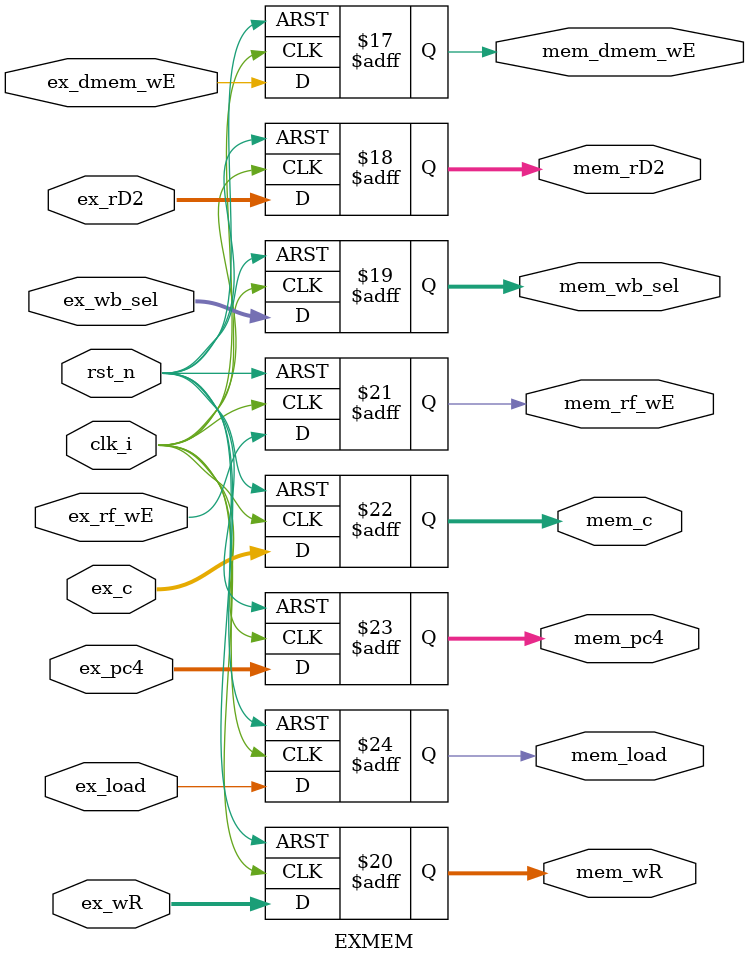
<source format=v>
`timescale 1ns / 1ps


module EXMEM(
    input wire          clk_i,
    input wire          rst_n,
    input wire [31:0]   ex_pc4,
    input wire [31:0]   ex_c,
    input wire          ex_rf_wE,
    input wire [4:0]    ex_wR,
    input wire [1:0]    ex_wb_sel,
    input wire [31:0]   ex_rD2,
    input wire          ex_dmem_wE,
    input wire          ex_load,
    output reg [31:0]   mem_pc4,
    output reg [31:0]   mem_c,
    output reg          mem_rf_wE,
    output reg [4:0]    mem_wR,
    output reg [1:0]    mem_wb_sel,
    output reg [31:0]   mem_rD2,
    output reg          mem_dmem_wE,
    output reg          mem_load
    );
always@(posedge clk_i or negedge rst_n)begin 
    if(~rst_n) mem_load <= 1'b0;
    else mem_load <= ex_load;
end
always@(posedge clk_i or negedge rst_n)begin 
    if(~rst_n) mem_pc4 <= 32'b0;
    else mem_pc4 <= ex_pc4;
end
always@(posedge clk_i or negedge rst_n)begin 
    if(~rst_n) mem_c <= 32'b0;
    else mem_c <= ex_c;
end
always@(posedge clk_i or negedge rst_n)begin 
    if(~rst_n) mem_rf_wE <= 1'b0;
    else mem_rf_wE <= ex_rf_wE;
end
always@(posedge clk_i or negedge rst_n)begin 
    if(~rst_n) mem_wR <= 5'b0;
    else mem_wR <= ex_wR;
end
always@(posedge clk_i or negedge rst_n)begin 
    if(~rst_n) mem_wb_sel <= 2'b0;
    else mem_wb_sel <= ex_wb_sel;
end
always@(posedge clk_i or negedge rst_n)begin 
    if(~rst_n) mem_rD2 <= 32'b0;
    else mem_rD2 <= ex_rD2;
end
always@(posedge clk_i or negedge rst_n)begin 
    if(~rst_n) mem_dmem_wE <= 1'b0; 
    else mem_dmem_wE <= ex_dmem_wE;
end
    





endmodule

</source>
